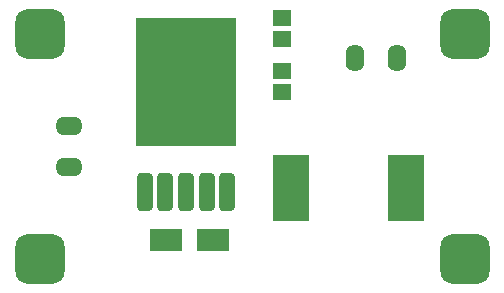
<source format=gts>
G04*
G04 #@! TF.GenerationSoftware,Altium Limited,Altium Designer,20.0.13 (296)*
G04*
G04 Layer_Color=8388736*
%FSLAX25Y25*%
%MOIN*%
G70*
G01*
G75*
%ADD17R,0.12217X0.22060*%
%ADD18R,0.10642X0.07493*%
%ADD19R,0.06115X0.05328*%
G04:AMPARAMS|DCode=20|XSize=55.24mil|YSize=128.08mil|CornerRadius=15.81mil|HoleSize=0mil|Usage=FLASHONLY|Rotation=180.000|XOffset=0mil|YOffset=0mil|HoleType=Round|Shape=RoundedRectangle|*
%AMROUNDEDRECTD20*
21,1,0.05524,0.09646,0,0,180.0*
21,1,0.02362,0.12808,0,0,180.0*
1,1,0.03162,-0.01181,0.04823*
1,1,0.03162,0.01181,0.04823*
1,1,0.03162,0.01181,-0.04823*
1,1,0.03162,-0.01181,-0.04823*
%
%ADD20ROUNDEDRECTD20*%
%ADD21R,0.33792X0.42768*%
G04:AMPARAMS|DCode=22|XSize=165.48mil|YSize=165.48mil|CornerRadius=43.37mil|HoleSize=0mil|Usage=FLASHONLY|Rotation=180.000|XOffset=0mil|YOffset=0mil|HoleType=Round|Shape=RoundedRectangle|*
%AMROUNDEDRECTD22*
21,1,0.16548,0.07874,0,0,180.0*
21,1,0.07874,0.16548,0,0,180.0*
1,1,0.08674,-0.03937,0.03937*
1,1,0.08674,0.03937,0.03937*
1,1,0.08674,0.03937,-0.03937*
1,1,0.08674,-0.03937,-0.03937*
%
%ADD22ROUNDEDRECTD22*%
%ADD23O,0.06312X0.09068*%
%ADD24O,0.09068X0.06312*%
D17*
X284704Y440916D02*
D03*
X322893D02*
D03*
D18*
X258601Y423661D02*
D03*
X242853D02*
D03*
D19*
X281496Y479823D02*
D03*
Y472933D02*
D03*
Y497539D02*
D03*
Y490650D02*
D03*
D20*
X263386Y439567D02*
D03*
X256496D02*
D03*
X249606D02*
D03*
X242717D02*
D03*
X235827D02*
D03*
D21*
X249606Y476181D02*
D03*
D22*
X342520Y492126D02*
D03*
X200787D02*
D03*
X342520Y417323D02*
D03*
X200787D02*
D03*
D23*
X319882Y484252D02*
D03*
X306102D02*
D03*
D24*
X210630Y461614D02*
D03*
Y447835D02*
D03*
M02*

</source>
